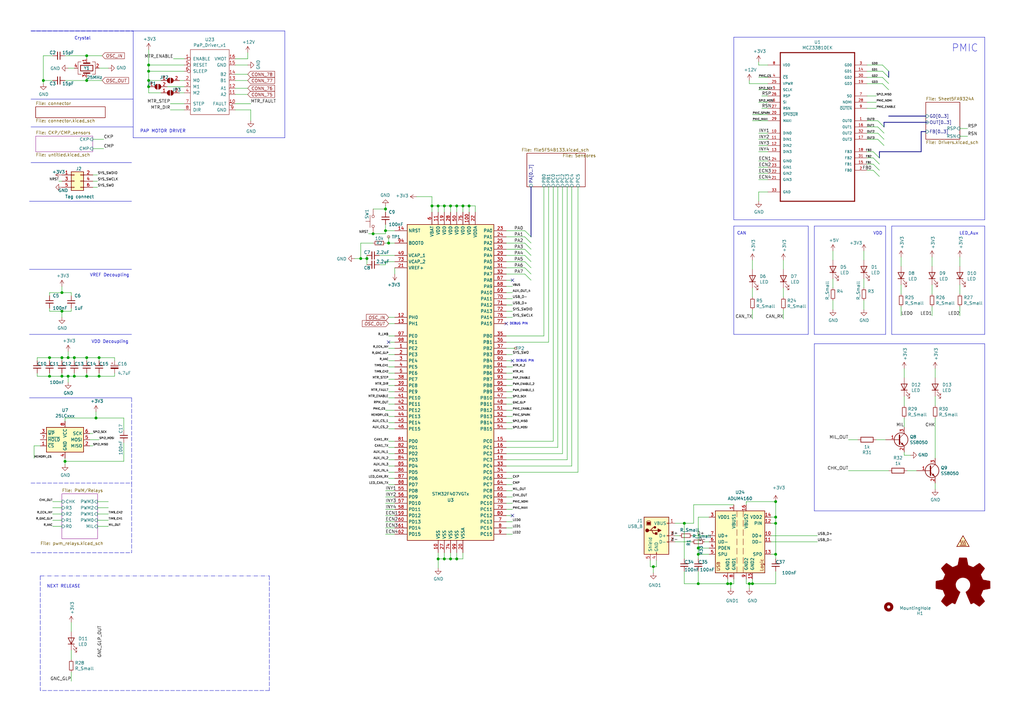
<source format=kicad_sch>
(kicad_sch (version 20210126) (generator eeschema)
  (paper "A3")
  (junction (at 17.78 33.02) (diameter 1.016))
  (junction (at 20.32 146.685) (diameter 1.016))
  (junction (at 20.32 154.305) (diameter 1.016))
  (junction (at 25.4 120.015) (diameter 1.016))
  (junction (at 25.4 127.635) (diameter 1.016))
  (junction (at 25.4 146.685) (diameter 1.016))
  (junction (at 25.4 154.305) (diameter 1.016))
  (junction (at 26.67 189.23) (diameter 1.016))
  (junction (at 27.94 146.685) (diameter 1.016))
  (junction (at 27.94 154.305) (diameter 1.016))
  (junction (at 30.48 146.685) (diameter 1.016))
  (junction (at 30.48 154.305) (diameter 1.016))
  (junction (at 35.56 22.86) (diameter 1.016))
  (junction (at 35.56 33.02) (diameter 1.016))
  (junction (at 35.56 146.685) (diameter 1.016))
  (junction (at 35.56 154.305) (diameter 1.016))
  (junction (at 39.37 171.45) (diameter 1.016))
  (junction (at 40.64 146.685) (diameter 1.016))
  (junction (at 40.64 154.305) (diameter 1.016))
  (junction (at 60.96 26.67) (diameter 1.016))
  (junction (at 60.96 29.21) (diameter 1.016))
  (junction (at 60.96 33.02) (diameter 1.016))
  (junction (at 60.96 35.56) (diameter 1.016))
  (junction (at 147.955 106.045) (diameter 1.016))
  (junction (at 150.495 106.045) (diameter 1.016))
  (junction (at 153.035 95.885) (diameter 1.016))
  (junction (at 158.115 85.725) (diameter 1.016))
  (junction (at 158.115 94.615) (diameter 1.016))
  (junction (at 159.385 99.695) (diameter 1.016))
  (junction (at 177.165 84.455) (diameter 1.016))
  (junction (at 179.705 84.455) (diameter 1.016))
  (junction (at 179.705 229.235) (diameter 1.016))
  (junction (at 182.245 84.455) (diameter 1.016))
  (junction (at 182.245 229.235) (diameter 1.016))
  (junction (at 184.785 84.455) (diameter 1.016))
  (junction (at 184.785 229.235) (diameter 1.016))
  (junction (at 187.325 84.455) (diameter 1.016))
  (junction (at 187.325 229.235) (diameter 1.016))
  (junction (at 189.865 84.455) (diameter 1.016))
  (junction (at 192.405 84.455) (diameter 1.016))
  (junction (at 267.97 232.41) (diameter 1.016))
  (junction (at 280.67 214.63) (diameter 1.016))
  (junction (at 286.385 224.79) (diameter 1.016))
  (junction (at 286.385 227.33) (diameter 1.016))
  (junction (at 286.385 239.395) (diameter 1.016))
  (junction (at 298.45 239.395) (diameter 1.016))
  (junction (at 299.72 239.395) (diameter 1.016))
  (junction (at 307.34 239.395) (diameter 1.016))
  (junction (at 308.61 239.395) (diameter 1.016))
  (junction (at 318.135 205.74) (diameter 1.016))
  (junction (at 318.135 212.09) (diameter 1.016))
  (junction (at 318.135 214.63) (diameter 1.016))
  (junction (at 318.135 227.33) (diameter 1.016))
  (no_connect (at 159.385 140.335))
  (no_connect (at 207.645 132.715))
  (no_connect (at 210.185 114.935))
  (no_connect (at 210.185 147.955))
  (no_connect (at 210.185 211.455))
  (bus_entry (at 215.265 94.615) (size 2.54 2.54) (stroke (width 0.1524)))
  (bus_entry (at 215.265 97.155) (size 2.54 2.54) (stroke (width 0.1524)))
  (bus_entry (at 215.265 99.695) (size 2.54 2.54) (stroke (width 0.1524)))
  (bus_entry (at 215.265 102.235) (size 2.54 2.54) (stroke (width 0.1524)))
  (bus_entry (at 215.265 104.775) (size 2.54 2.54) (stroke (width 0.1524)))
  (bus_entry (at 215.265 107.315) (size 2.54 2.54) (stroke (width 0.1524)))
  (bus_entry (at 215.265 109.855) (size 2.54 2.54) (stroke (width 0.1524)))
  (bus_entry (at 215.265 112.395) (size 2.54 2.54) (stroke (width 0.1524)))
  (bus_entry (at 358.14 62.23) (size 2.54 2.54) (stroke (width 0.1524)))
  (bus_entry (at 358.14 64.77) (size 2.54 2.54) (stroke (width 0.1524)))
  (bus_entry (at 358.14 67.31) (size 2.54 2.54) (stroke (width 0.1524)))
  (bus_entry (at 358.14 69.85) (size 2.54 2.54) (stroke (width 0.1524)))
  (bus_entry (at 360.045 49.53) (size 2.54 2.54) (stroke (width 0.1524)))
  (bus_entry (at 360.045 52.07) (size 2.54 2.54) (stroke (width 0.1524)))
  (bus_entry (at 360.045 54.61) (size 2.54 2.54) (stroke (width 0.1524)))
  (bus_entry (at 360.045 57.15) (size 2.54 2.54) (stroke (width 0.1524)))
  (bus_entry (at 361.95 26.67) (size 2.54 2.54) (stroke (width 0.1524)))
  (bus_entry (at 361.95 29.21) (size 2.54 2.54) (stroke (width 0.1524)))
  (bus_entry (at 361.95 31.75) (size 2.54 2.54) (stroke (width 0.1524)))
  (bus_entry (at 361.95 34.29) (size 2.54 2.54) (stroke (width 0.1524)))
  (wire (pts (xy 13.97 182.88) (xy 13.97 187.96)))
  (wire (pts (xy 13.97 182.88) (xy 16.51 182.88)))
  (wire (pts (xy 15.24 146.685) (xy 20.32 146.685)))
  (wire (pts (xy 15.24 147.955) (xy 15.24 146.685)))
  (wire (pts (xy 15.24 154.305) (xy 15.24 153.035)))
  (wire (pts (xy 17.78 22.86) (xy 17.78 33.02)))
  (wire (pts (xy 17.78 33.02) (xy 21.59 33.02)))
  (wire (pts (xy 17.78 34.29) (xy 17.78 33.02)))
  (wire (pts (xy 20.32 120.015) (xy 25.4 120.015)))
  (wire (pts (xy 20.32 121.285) (xy 20.32 120.015)))
  (wire (pts (xy 20.32 127.635) (xy 20.32 126.365)))
  (wire (pts (xy 20.32 146.685) (xy 25.4 146.685)))
  (wire (pts (xy 20.32 147.955) (xy 20.32 146.685)))
  (wire (pts (xy 20.32 153.035) (xy 20.32 154.305)))
  (wire (pts (xy 20.32 154.305) (xy 15.24 154.305)))
  (wire (pts (xy 21.59 22.86) (xy 17.78 22.86)))
  (wire (pts (xy 21.59 205.74) (xy 25.4 205.74)))
  (wire (pts (xy 21.59 208.28) (xy 25.4 208.28)))
  (wire (pts (xy 21.59 210.82) (xy 25.4 210.82)))
  (wire (pts (xy 21.59 213.36) (xy 25.4 213.36)))
  (wire (pts (xy 21.59 215.9) (xy 25.4 215.9)))
  (wire (pts (xy 24.13 74.295) (xy 25.4 74.295)))
  (wire (pts (xy 25.4 117.475) (xy 25.4 120.015)))
  (wire (pts (xy 25.4 120.015) (xy 29.21 120.015)))
  (wire (pts (xy 25.4 127.635) (xy 20.32 127.635)))
  (wire (pts (xy 25.4 130.175) (xy 25.4 127.635)))
  (wire (pts (xy 25.4 146.685) (xy 27.94 146.685)))
  (wire (pts (xy 25.4 147.955) (xy 25.4 146.685)))
  (wire (pts (xy 25.4 153.035) (xy 25.4 154.305)))
  (wire (pts (xy 25.4 154.305) (xy 20.32 154.305)))
  (wire (pts (xy 26.67 22.86) (xy 35.56 22.86)))
  (wire (pts (xy 26.67 33.02) (xy 35.56 33.02)))
  (wire (pts (xy 26.67 171.45) (xy 39.37 171.45)))
  (wire (pts (xy 26.67 172.72) (xy 26.67 171.45)))
  (wire (pts (xy 26.67 187.96) (xy 26.67 189.23)))
  (wire (pts (xy 26.67 189.23) (xy 26.67 190.5)))
  (wire (pts (xy 27.94 27.94) (xy 30.48 27.94)))
  (wire (pts (xy 27.94 144.145) (xy 27.94 146.685)))
  (wire (pts (xy 27.94 146.685) (xy 30.48 146.685)))
  (wire (pts (xy 27.94 154.305) (xy 25.4 154.305)))
  (wire (pts (xy 27.94 156.845) (xy 27.94 154.305)))
  (wire (pts (xy 29.21 120.015) (xy 29.21 121.285)))
  (wire (pts (xy 29.21 126.365) (xy 29.21 127.635)))
  (wire (pts (xy 29.21 127.635) (xy 25.4 127.635)))
  (wire (pts (xy 29.21 255.27) (xy 29.21 259.08)))
  (wire (pts (xy 29.21 266.7) (xy 29.21 270.51)))
  (wire (pts (xy 29.21 275.59) (xy 29.21 279.4)))
  (wire (pts (xy 30.48 146.685) (xy 35.56 146.685)))
  (wire (pts (xy 30.48 147.955) (xy 30.48 146.685)))
  (wire (pts (xy 30.48 153.035) (xy 30.48 154.305)))
  (wire (pts (xy 30.48 154.305) (xy 27.94 154.305)))
  (wire (pts (xy 35.56 22.86) (xy 35.56 24.13)))
  (wire (pts (xy 35.56 33.02) (xy 35.56 31.75)))
  (wire (pts (xy 35.56 146.685) (xy 40.64 146.685)))
  (wire (pts (xy 35.56 147.955) (xy 35.56 146.685)))
  (wire (pts (xy 35.56 153.035) (xy 35.56 154.305)))
  (wire (pts (xy 35.56 154.305) (xy 30.48 154.305)))
  (wire (pts (xy 36.83 177.8) (xy 38.1 177.8)))
  (wire (pts (xy 36.83 180.34) (xy 40.64 180.34)))
  (wire (pts (xy 36.83 182.88) (xy 38.1 182.88)))
  (wire (pts (xy 38.1 57.15) (xy 42.545 57.15)))
  (wire (pts (xy 38.1 60.96) (xy 42.545 60.96)))
  (wire (pts (xy 39.37 168.91) (xy 39.37 171.45)))
  (wire (pts (xy 39.37 171.45) (xy 50.8 171.45)))
  (wire (pts (xy 40.005 71.755) (xy 38.1 71.755)))
  (wire (pts (xy 40.005 74.295) (xy 38.1 74.295)))
  (wire (pts (xy 40.005 76.835) (xy 38.1 76.835)))
  (wire (pts (xy 40.005 205.74) (xy 44.45 205.74)))
  (wire (pts (xy 40.005 208.28) (xy 44.45 208.28)))
  (wire (pts (xy 40.005 210.82) (xy 44.45 210.82)))
  (wire (pts (xy 40.005 213.36) (xy 44.45 213.36)))
  (wire (pts (xy 40.005 215.9) (xy 44.45 215.9)))
  (wire (pts (xy 40.64 146.685) (xy 40.64 147.955)))
  (wire (pts (xy 40.64 153.035) (xy 40.64 154.305)))
  (wire (pts (xy 40.64 154.305) (xy 35.56 154.305)))
  (wire (pts (xy 41.91 22.86) (xy 35.56 22.86)))
  (wire (pts (xy 41.91 33.02) (xy 35.56 33.02)))
  (wire (pts (xy 44.45 27.94) (xy 40.64 27.94)))
  (wire (pts (xy 46.99 146.685) (xy 40.64 146.685)))
  (wire (pts (xy 46.99 147.955) (xy 46.99 146.685)))
  (wire (pts (xy 46.99 153.035) (xy 46.99 154.305)))
  (wire (pts (xy 46.99 154.305) (xy 40.64 154.305)))
  (wire (pts (xy 50.8 171.45) (xy 50.8 176.53)))
  (wire (pts (xy 50.8 181.61) (xy 50.8 189.23)))
  (wire (pts (xy 50.8 189.23) (xy 26.67 189.23)))
  (wire (pts (xy 60.96 20.32) (xy 60.96 26.67)))
  (wire (pts (xy 60.96 26.67) (xy 75.565 26.67)))
  (wire (pts (xy 60.96 29.21) (xy 60.96 26.67)))
  (wire (pts (xy 60.96 29.21) (xy 75.565 29.21)))
  (wire (pts (xy 60.96 33.02) (xy 60.96 29.21)))
  (wire (pts (xy 60.96 33.02) (xy 66.04 33.02)))
  (wire (pts (xy 60.96 35.56) (xy 60.96 33.02)))
  (wire (pts (xy 60.96 38.1) (xy 60.96 35.56)))
  (wire (pts (xy 66.04 38.1) (xy 60.96 38.1)))
  (wire (pts (xy 68.58 35.56) (xy 75.565 35.56)))
  (wire (pts (xy 69.85 42.545) (xy 75.565 42.545)))
  (wire (pts (xy 69.85 45.085) (xy 75.565 45.085)))
  (wire (pts (xy 71.12 24.13) (xy 75.565 24.13)))
  (wire (pts (xy 73.66 33.02) (xy 75.565 33.02)))
  (wire (pts (xy 73.66 38.1) (xy 75.565 38.1)))
  (wire (pts (xy 96.52 24.13) (xy 101.6 24.13)))
  (wire (pts (xy 96.52 26.67) (xy 101.6 26.67)))
  (wire (pts (xy 96.52 30.48) (xy 101.6 30.48)))
  (wire (pts (xy 96.52 33.02) (xy 101.6 33.02)))
  (wire (pts (xy 96.52 36.195) (xy 101.6 36.195)))
  (wire (pts (xy 96.52 38.735) (xy 101.6 38.735)))
  (wire (pts (xy 96.52 42.545) (xy 102.87 42.545)))
  (wire (pts (xy 96.52 45.085) (xy 102.87 45.085)))
  (wire (pts (xy 101.6 24.13) (xy 101.6 21.59)))
  (wire (pts (xy 102.87 45.085) (xy 102.87 49.53)))
  (wire (pts (xy 145.415 106.045) (xy 147.955 106.045)))
  (wire (pts (xy 147.955 99.695) (xy 147.955 106.045)))
  (wire (pts (xy 147.955 106.045) (xy 150.495 106.045)))
  (wire (pts (xy 150.495 106.045) (xy 150.495 104.775)))
  (wire (pts (xy 150.495 106.045) (xy 150.495 108.585)))
  (wire (pts (xy 153.035 95.885) (xy 151.13 95.885)))
  (wire (pts (xy 153.035 95.885) (xy 158.115 95.885)))
  (wire (pts (xy 153.035 99.695) (xy 147.955 99.695)))
  (wire (pts (xy 155.575 104.775) (xy 161.925 104.775)))
  (wire (pts (xy 155.575 108.585) (xy 158.115 108.585)))
  (wire (pts (xy 158.115 84.455) (xy 158.115 85.725)))
  (wire (pts (xy 158.115 85.725) (xy 153.035 85.725)))
  (wire (pts (xy 158.115 86.995) (xy 158.115 85.725)))
  (wire (pts (xy 158.115 94.615) (xy 158.115 92.075)))
  (wire (pts (xy 158.115 95.885) (xy 158.115 94.615)))
  (wire (pts (xy 158.115 99.695) (xy 159.385 99.695)))
  (wire (pts (xy 158.115 107.315) (xy 161.925 107.315)))
  (wire (pts (xy 158.115 108.585) (xy 158.115 107.315)))
  (wire (pts (xy 158.115 168.275) (xy 161.925 168.275)))
  (wire (pts (xy 158.115 201.295) (xy 161.925 201.295)))
  (wire (pts (xy 158.115 203.835) (xy 161.925 203.835)))
  (wire (pts (xy 158.115 206.375) (xy 161.925 206.375)))
  (wire (pts (xy 158.115 208.915) (xy 161.925 208.915)))
  (wire (pts (xy 158.115 211.455) (xy 161.925 211.455)))
  (wire (pts (xy 158.115 213.995) (xy 161.925 213.995)))
  (wire (pts (xy 158.115 216.535) (xy 161.925 216.535)))
  (wire (pts (xy 158.115 219.075) (xy 161.925 219.075)))
  (wire (pts (xy 159.385 97.155) (xy 159.385 99.695)))
  (wire (pts (xy 159.385 99.695) (xy 161.925 99.695)))
  (wire (pts (xy 159.385 130.175) (xy 161.925 130.175)))
  (wire (pts (xy 159.385 137.795) (xy 161.925 137.795)))
  (wire (pts (xy 159.385 142.875) (xy 161.925 142.875)))
  (wire (pts (xy 159.385 145.415) (xy 161.925 145.415)))
  (wire (pts (xy 159.385 150.495) (xy 161.925 150.495)))
  (wire (pts (xy 159.385 153.035) (xy 161.925 153.035)))
  (wire (pts (xy 159.385 155.575) (xy 161.925 155.575)))
  (wire (pts (xy 159.385 160.655) (xy 161.925 160.655)))
  (wire (pts (xy 159.385 165.735) (xy 161.925 165.735)))
  (wire (pts (xy 159.385 170.815) (xy 161.925 170.815)))
  (wire (pts (xy 159.385 175.895) (xy 161.925 175.895)))
  (wire (pts (xy 159.385 183.515) (xy 161.925 183.515)))
  (wire (pts (xy 159.385 188.595) (xy 161.925 188.595)))
  (wire (pts (xy 159.385 193.675) (xy 161.925 193.675)))
  (wire (pts (xy 159.385 198.755) (xy 161.925 198.755)))
  (wire (pts (xy 161.925 94.615) (xy 158.115 94.615)))
  (wire (pts (xy 161.925 112.395) (xy 161.925 109.855)))
  (wire (pts (xy 161.925 132.715) (xy 159.385 132.715)))
  (wire (pts (xy 161.925 140.335) (xy 159.385 140.335)))
  (wire (pts (xy 161.925 147.955) (xy 159.385 147.955)))
  (wire (pts (xy 161.925 158.115) (xy 159.385 158.115)))
  (wire (pts (xy 161.925 163.195) (xy 159.385 163.195)))
  (wire (pts (xy 161.925 173.355) (xy 159.385 173.355)))
  (wire (pts (xy 161.925 180.975) (xy 159.385 180.975)))
  (wire (pts (xy 161.925 186.055) (xy 159.385 186.055)))
  (wire (pts (xy 161.925 191.135) (xy 159.385 191.135)))
  (wire (pts (xy 161.925 196.215) (xy 159.385 196.215)))
  (wire (pts (xy 170.815 80.645) (xy 177.165 80.645)))
  (wire (pts (xy 177.165 80.645) (xy 177.165 84.455)))
  (wire (pts (xy 177.165 84.455) (xy 177.165 86.995)))
  (wire (pts (xy 177.165 84.455) (xy 179.705 84.455)))
  (wire (pts (xy 179.705 84.455) (xy 179.705 86.995)))
  (wire (pts (xy 179.705 229.235) (xy 179.705 226.695)))
  (wire (pts (xy 179.705 233.045) (xy 179.705 229.235)))
  (wire (pts (xy 182.245 84.455) (xy 179.705 84.455)))
  (wire (pts (xy 182.245 84.455) (xy 182.245 86.995)))
  (wire (pts (xy 182.245 226.695) (xy 182.245 229.235)))
  (wire (pts (xy 182.245 229.235) (xy 179.705 229.235)))
  (wire (pts (xy 184.785 84.455) (xy 182.245 84.455)))
  (wire (pts (xy 184.785 84.455) (xy 184.785 86.995)))
  (wire (pts (xy 184.785 226.695) (xy 184.785 229.235)))
  (wire (pts (xy 184.785 229.235) (xy 182.245 229.235)))
  (wire (pts (xy 187.325 84.455) (xy 184.785 84.455)))
  (wire (pts (xy 187.325 84.455) (xy 187.325 86.995)))
  (wire (pts (xy 187.325 226.695) (xy 187.325 229.235)))
  (wire (pts (xy 187.325 229.235) (xy 184.785 229.235)))
  (wire (pts (xy 187.325 229.235) (xy 189.865 229.235)))
  (wire (pts (xy 189.865 84.455) (xy 187.325 84.455)))
  (wire (pts (xy 189.865 84.455) (xy 189.865 86.995)))
  (wire (pts (xy 189.865 229.235) (xy 189.865 226.695)))
  (wire (pts (xy 192.405 84.455) (xy 189.865 84.455)))
  (wire (pts (xy 192.405 84.455) (xy 194.945 84.455)))
  (wire (pts (xy 192.405 86.995) (xy 192.405 84.455)))
  (wire (pts (xy 194.945 84.455) (xy 194.945 86.995)))
  (wire (pts (xy 207.645 94.615) (xy 215.265 94.615)))
  (wire (pts (xy 207.645 97.155) (xy 215.265 97.155)))
  (wire (pts (xy 207.645 99.695) (xy 215.265 99.695)))
  (wire (pts (xy 207.645 102.235) (xy 215.265 102.235)))
  (wire (pts (xy 207.645 104.775) (xy 215.265 104.775)))
  (wire (pts (xy 207.645 107.315) (xy 215.265 107.315)))
  (wire (pts (xy 207.645 109.855) (xy 215.265 109.855)))
  (wire (pts (xy 207.645 112.395) (xy 215.265 112.395)))
  (wire (pts (xy 207.645 114.935) (xy 210.185 114.935)))
  (wire (pts (xy 207.645 120.015) (xy 210.185 120.015)))
  (wire (pts (xy 207.645 125.095) (xy 210.185 125.095)))
  (wire (pts (xy 207.645 130.175) (xy 210.185 130.175)))
  (wire (pts (xy 207.645 137.795) (xy 223.0882 137.795)))
  (wire (pts (xy 207.645 140.335) (xy 224.9932 140.335)))
  (wire (pts (xy 207.645 145.415) (xy 210.185 145.415)))
  (wire (pts (xy 207.645 147.955) (xy 210.185 147.955)))
  (wire (pts (xy 207.645 155.575) (xy 210.185 155.575)))
  (wire (pts (xy 207.645 160.655) (xy 210.185 160.655)))
  (wire (pts (xy 207.645 165.735) (xy 210.185 165.735)))
  (wire (pts (xy 207.645 170.815) (xy 210.185 170.815)))
  (wire (pts (xy 207.645 175.895) (xy 210.185 175.895)))
  (wire (pts (xy 207.645 180.975) (xy 226.8982 180.975)))
  (wire (pts (xy 207.645 183.515) (xy 228.8032 183.515)))
  (wire (pts (xy 207.645 186.055) (xy 230.7082 186.055)))
  (wire (pts (xy 207.645 188.595) (xy 232.6132 188.595)))
  (wire (pts (xy 207.645 191.135) (xy 234.5182 191.135)))
  (wire (pts (xy 207.645 193.675) (xy 237.0582 193.675)))
  (wire (pts (xy 207.645 201.295) (xy 210.185 201.295)))
  (wire (pts (xy 207.645 208.915) (xy 210.185 208.915)))
  (wire (pts (xy 207.645 213.995) (xy 210.185 213.995)))
  (wire (pts (xy 207.645 216.535) (xy 210.185 216.535)))
  (wire (pts (xy 207.645 219.075) (xy 210.185 219.075)))
  (wire (pts (xy 210.185 117.475) (xy 207.645 117.475)))
  (wire (pts (xy 210.185 122.555) (xy 207.645 122.555)))
  (wire (pts (xy 210.185 127.635) (xy 207.645 127.635)))
  (wire (pts (xy 210.185 150.495) (xy 207.645 150.495)))
  (wire (pts (xy 210.185 153.035) (xy 207.645 153.035)))
  (wire (pts (xy 210.185 158.115) (xy 207.645 158.115)))
  (wire (pts (xy 210.185 163.195) (xy 207.645 163.195)))
  (wire (pts (xy 210.185 168.275) (xy 207.645 168.275)))
  (wire (pts (xy 210.185 173.355) (xy 207.645 173.355)))
  (wire (pts (xy 210.185 196.215) (xy 207.645 196.215)))
  (wire (pts (xy 210.185 198.755) (xy 207.645 198.755)))
  (wire (pts (xy 210.185 203.835) (xy 207.645 203.835)))
  (wire (pts (xy 210.185 206.375) (xy 207.645 206.375)))
  (wire (pts (xy 210.185 211.455) (xy 207.645 211.455)))
  (wire (pts (xy 211.455 142.875) (xy 207.645 142.875)))
  (wire (pts (xy 223.0882 76.6318) (xy 223.0882 137.795)))
  (wire (pts (xy 224.9932 76.6318) (xy 224.9932 140.335)))
  (wire (pts (xy 226.8982 180.975) (xy 226.8982 76.6318)))
  (wire (pts (xy 228.8032 183.515) (xy 228.8032 76.6318)))
  (wire (pts (xy 230.7082 186.055) (xy 230.7082 76.6318)))
  (wire (pts (xy 232.6132 188.595) (xy 232.6132 76.6318)))
  (wire (pts (xy 234.5182 191.135) (xy 234.5182 76.6318)))
  (wire (pts (xy 237.0582 193.675) (xy 237.0582 76.6318)))
  (wire (pts (xy 266.7 229.87) (xy 266.7 232.41)))
  (wire (pts (xy 266.7 232.41) (xy 267.97 232.41)))
  (wire (pts (xy 267.97 232.41) (xy 267.97 234.95)))
  (wire (pts (xy 269.24 229.87) (xy 269.24 232.41)))
  (wire (pts (xy 269.24 232.41) (xy 267.97 232.41)))
  (wire (pts (xy 276.86 214.63) (xy 280.67 214.63)))
  (wire (pts (xy 276.86 219.71) (xy 278.765 219.71)))
  (wire (pts (xy 276.86 222.25) (xy 283.845 222.25)))
  (wire (pts (xy 280.67 214.63) (xy 280.67 229.235)))
  (wire (pts (xy 280.67 214.63) (xy 284.48 214.63)))
  (wire (pts (xy 280.67 234.315) (xy 280.67 239.395)))
  (wire (pts (xy 280.67 239.395) (xy 286.385 239.395)))
  (wire (pts (xy 283.845 219.71) (xy 290.83 219.71)))
  (wire (pts (xy 284.48 207.01) (xy 284.48 214.63)))
  (wire (pts (xy 284.48 207.01) (xy 300.99 207.01)))
  (wire (pts (xy 286.385 212.09) (xy 290.83 212.09)))
  (wire (pts (xy 286.385 224.79) (xy 286.385 212.09)))
  (wire (pts (xy 286.385 227.33) (xy 286.385 224.79)))
  (wire (pts (xy 286.385 227.33) (xy 286.385 229.235)))
  (wire (pts (xy 286.385 234.315) (xy 286.385 239.395)))
  (wire (pts (xy 286.385 239.395) (xy 298.45 239.395)))
  (wire (pts (xy 288.925 222.25) (xy 290.83 222.25)))
  (wire (pts (xy 290.83 224.79) (xy 286.385 224.79)))
  (wire (pts (xy 290.83 227.33) (xy 286.385 227.33)))
  (wire (pts (xy 298.45 237.49) (xy 298.45 239.395)))
  (wire (pts (xy 298.45 239.395) (xy 299.72 239.395)))
  (wire (pts (xy 299.72 239.395) (xy 299.72 241.3)))
  (wire (pts (xy 300.99 237.49) (xy 300.99 239.395)))
  (wire (pts (xy 300.99 239.395) (xy 299.72 239.395)))
  (wire (pts (xy 306.07 205.74) (xy 318.135 205.74)))
  (wire (pts (xy 306.07 207.01) (xy 306.07 205.74)))
  (wire (pts (xy 306.07 237.49) (xy 306.07 239.395)))
  (wire (pts (xy 306.07 239.395) (xy 307.34 239.395)))
  (wire (pts (xy 307.34 33.02) (xy 307.34 34.29)))
  (wire (pts (xy 307.34 34.29) (xy 314.96 34.29)))
  (wire (pts (xy 307.34 239.395) (xy 307.34 241.3)))
  (wire (pts (xy 308.61 46.99) (xy 314.96 46.99)))
  (wire (pts (xy 308.61 49.53) (xy 314.96 49.53)))
  (wire (pts (xy 308.61 106.68) (xy 308.61 110.49)))
  (wire (pts (xy 308.61 118.11) (xy 308.61 121.92)))
  (wire (pts (xy 308.61 127) (xy 308.61 130.81)))
  (wire (pts (xy 308.61 237.49) (xy 308.61 239.395)))
  (wire (pts (xy 308.61 239.395) (xy 307.34 239.395)))
  (wire (pts (xy 311.15 25.4) (xy 311.15 26.67)))
  (wire (pts (xy 311.15 26.67) (xy 314.96 26.67)))
  (wire (pts (xy 311.15 31.75) (xy 314.96 31.75)))
  (wire (pts (xy 311.15 36.83) (xy 314.96 36.83)))
  (wire (pts (xy 311.15 41.91) (xy 314.96 41.91)))
  (wire (pts (xy 311.15 54.61) (xy 314.96 54.61)))
  (wire (pts (xy 311.15 57.15) (xy 314.96 57.15)))
  (wire (pts (xy 311.15 59.69) (xy 314.96 59.69)))
  (wire (pts (xy 311.15 62.23) (xy 314.96 62.23)))
  (wire (pts (xy 311.15 66.04) (xy 314.96 66.04)))
  (wire (pts (xy 311.15 68.58) (xy 314.96 68.58)))
  (wire (pts (xy 311.15 71.12) (xy 314.96 71.12)))
  (wire (pts (xy 311.15 73.66) (xy 314.96 73.66)))
  (wire (pts (xy 311.15 78.74) (xy 314.96 78.74)))
  (wire (pts (xy 311.15 82.55) (xy 311.15 78.74)))
  (wire (pts (xy 312.42 39.37) (xy 314.96 39.37)))
  (wire (pts (xy 312.42 44.45) (xy 314.96 44.45)))
  (wire (pts (xy 316.23 212.09) (xy 318.135 212.09)))
  (wire (pts (xy 316.23 214.63) (xy 318.135 214.63)))
  (wire (pts (xy 316.23 219.71) (xy 335.28 219.71)))
  (wire (pts (xy 316.23 222.25) (xy 335.28 222.25)))
  (wire (pts (xy 316.23 227.33) (xy 318.135 227.33)))
  (wire (pts (xy 318.135 205.74) (xy 318.135 212.09)))
  (wire (pts (xy 318.135 212.09) (xy 318.135 214.63)))
  (wire (pts (xy 318.135 214.63) (xy 318.135 227.33)))
  (wire (pts (xy 318.135 227.33) (xy 318.135 229.235)))
  (wire (pts (xy 318.135 234.315) (xy 318.135 239.395)))
  (wire (pts (xy 318.135 239.395) (xy 308.61 239.395)))
  (wire (pts (xy 321.31 106.68) (xy 321.31 110.49)))
  (wire (pts (xy 321.31 118.11) (xy 321.31 121.92)))
  (wire (pts (xy 321.31 127) (xy 321.31 130.81)))
  (wire (pts (xy 341.63 102.87) (xy 341.63 106.68)))
  (wire (pts (xy 341.63 114.3) (xy 341.63 118.11)))
  (wire (pts (xy 341.63 123.19) (xy 341.63 127)))
  (wire (pts (xy 347.98 180.34) (xy 351.79 180.34)))
  (wire (pts (xy 347.98 193.04) (xy 364.49 193.04)))
  (wire (pts (xy 354.33 102.87) (xy 354.33 106.68)))
  (wire (pts (xy 354.33 114.3) (xy 354.33 118.11)))
  (wire (pts (xy 354.33 123.19) (xy 354.33 127)))
  (wire (pts (xy 355.6 26.67) (xy 361.95 26.67)))
  (wire (pts (xy 355.6 29.21) (xy 361.95 29.21)))
  (wire (pts (xy 355.6 31.75) (xy 361.95 31.75)))
  (wire (pts (xy 355.6 34.29) (xy 361.95 34.29)))
  (wire (pts (xy 355.6 39.37) (xy 359.41 39.37)))
  (wire (pts (xy 355.6 41.91) (xy 359.41 41.91)))
  (wire (pts (xy 355.6 44.45) (xy 359.41 44.45)))
  (wire (pts (xy 355.6 49.53) (xy 360.045 49.53)))
  (wire (pts (xy 355.6 52.07) (xy 360.045 52.07)))
  (wire (pts (xy 355.6 54.61) (xy 360.045 54.61)))
  (wire (pts (xy 355.6 57.15) (xy 360.045 57.15)))
  (wire (pts (xy 355.6 62.23) (xy 358.14 62.23)))
  (wire (pts (xy 355.6 64.77) (xy 358.14 64.77)))
  (wire (pts (xy 355.6 67.31) (xy 358.14 67.31)))
  (wire (pts (xy 355.6 69.85) (xy 358.14 69.85)))
  (wire (pts (xy 359.41 180.34) (xy 363.22 180.34)))
  (wire (pts (xy 369.57 105.41) (xy 369.57 109.22)))
  (wire (pts (xy 369.57 116.84) (xy 369.57 120.65)))
  (wire (pts (xy 369.57 125.73) (xy 369.57 129.54)))
  (wire (pts (xy 370.84 151.13) (xy 370.84 154.94)))
  (wire (pts (xy 370.84 162.56) (xy 370.84 166.37)))
  (wire (pts (xy 370.84 171.45) (xy 370.84 175.26)))
  (wire (pts (xy 370.84 185.42) (xy 370.84 186.69)))
  (wire (pts (xy 370.84 186.69) (xy 373.38 186.69)))
  (wire (pts (xy 372.11 193.04) (xy 375.92 193.04)))
  (wire (pts (xy 382.27 105.41) (xy 382.27 109.22)))
  (wire (pts (xy 382.27 116.84) (xy 382.27 120.65)))
  (wire (pts (xy 382.27 125.73) (xy 382.27 129.54)))
  (wire (pts (xy 383.54 151.13) (xy 383.54 154.94)))
  (wire (pts (xy 383.54 162.56) (xy 383.54 166.37)))
  (wire (pts (xy 383.54 171.45) (xy 383.54 187.96)))
  (wire (pts (xy 383.54 198.12) (xy 383.54 200.66)))
  (wire (pts (xy 393.7 52.705) (xy 396.875 52.705)))
  (wire (pts (xy 393.7 55.88) (xy 396.875 55.88)))
  (wire (pts (xy 393.7 105.41) (xy 393.7 109.22)))
  (wire (pts (xy 393.7 116.84) (xy 393.7 120.65)))
  (wire (pts (xy 393.7 125.73) (xy 393.7 129.54)))
  (bus (pts (xy 217.805 76.581) (xy 217.805 114.935)))
  (bus (pts (xy 360.68 62.23) (xy 360.68 72.39)))
  (bus (pts (xy 360.68 62.23) (xy 377.825 62.23)))
  (bus (pts (xy 362.585 50.165) (xy 362.585 59.69)))
  (bus (pts (xy 364.49 29.21) (xy 364.49 47.625)))
  (bus (pts (xy 377.825 53.975) (xy 379.73 53.975)))
  (bus (pts (xy 377.825 62.23) (xy 377.825 53.975)))
  (bus (pts (xy 379.73 47.625) (xy 364.49 47.625)))
  (bus (pts (xy 380.365 50.165) (xy 362.585 50.165)))
  (polyline (pts (xy 12.7 12.7) (xy 54.61 12.7)) (stroke (width 0) (type solid)))
  (polyline (pts (xy 12.7 12.7) (xy 54.61 12.7)) (stroke (width 0) (type dash)))
  (polyline (pts (xy 12.7 198.12) (xy 53.975 198.12)) (stroke (width 0) (type dash)))
  (polyline (pts (xy 12.7 226.695) (xy 53.975 226.695)) (stroke (width 0) (type dash)))
  (polyline (pts (xy 16.51 236.22) (xy 16.51 283.21)) (stroke (width 0) (type dash)))
  (polyline (pts (xy 16.51 236.22) (xy 110.49 236.22)) (stroke (width 0.152) (type dash_dot)))
  (polyline (pts (xy 53.975 66.675) (xy 12.7 66.675)) (stroke (width 0) (type solid)))
  (polyline (pts (xy 53.975 82.55) (xy 12.065 82.55)) (stroke (width 0) (type solid)))
  (polyline (pts (xy 53.975 110.49) (xy 12.065 110.49)) (stroke (width 0) (type solid)))
  (polyline (pts (xy 53.975 137.16) (xy 12.065 137.16)) (stroke (width 0) (type solid)))
  (polyline (pts (xy 53.975 163.195) (xy 12.065 163.195)) (stroke (width 0) (type solid)))
  (polyline (pts (xy 53.975 163.195) (xy 53.975 198.12)) (stroke (width 0) (type dash)))
  (polyline (pts (xy 53.975 198.12) (xy 53.975 226.695)) (stroke (width 0) (type dash)))
  (polyline (pts (xy 54.61 12.7) (xy 54.61 56.515)) (stroke (width 0.152) (type solid)))
  (polyline (pts (xy 54.61 12.7) (xy 116.84 12.7)) (stroke (width 0.152) (type solid)))
  (polyline (pts (xy 54.61 40.64) (xy 12.7 40.64)) (stroke (width 0) (type solid)))
  (polyline (pts (xy 54.61 52.07) (xy 12.7 52.07)) (stroke (width 0) (type solid)))
  (polyline (pts (xy 110.49 236.22) (xy 110.49 283.21)) (stroke (width 0) (type dash)))
  (polyline (pts (xy 110.49 283.21) (xy 16.51 283.21)) (stroke (width 0) (type dash)))
  (polyline (pts (xy 116.84 12.7) (xy 116.84 56.515)) (stroke (width 0.152) (type solid)))
  (polyline (pts (xy 116.84 56.515) (xy 54.61 56.515)) (stroke (width 0.152) (type solid)))
  (polyline (pts (xy 300.99 15.24) (xy 300.99 90.17)) (stroke (width 0.152) (type solid)))
  (polyline (pts (xy 300.99 15.24) (xy 403.86 15.24)) (stroke (width 0.152) (type solid)))
  (polyline (pts (xy 300.99 92.71) (xy 300.99 137.16)) (stroke (width 0.152) (type solid)))
  (polyline (pts (xy 300.99 92.71) (xy 331.47 92.71)) (stroke (width 0.152) (type solid)))
  (polyline (pts (xy 331.47 92.71) (xy 331.47 137.16)) (stroke (width 0.152) (type solid)))
  (polyline (pts (xy 331.47 137.16) (xy 300.99 137.16)) (stroke (width 0.152) (type solid)))
  (polyline (pts (xy 334.01 92.71) (xy 334.01 137.16)) (stroke (width 0.152) (type solid)))
  (polyline (pts (xy 334.01 92.71) (xy 363.22 92.71)) (stroke (width 0.152) (type solid)))
  (polyline (pts (xy 334.01 137.16) (xy 363.22 137.16)) (stroke (width 0.152) (type solid)))
  (polyline (pts (xy 334.01 140.97) (xy 334.01 209.55)) (stroke (width 0.152) (type solid)))
  (polyline (pts (xy 334.01 140.97) (xy 403.86 140.97)) (stroke (width 0.152) (type solid)))
  (polyline (pts (xy 334.01 209.55) (xy 403.86 209.55)) (stroke (width 0.152) (type solid)))
  (polyline (pts (xy 363.22 137.16) (xy 363.22 92.71)) (stroke (width 0.152) (type solid)))
  (polyline (pts (xy 365.76 92.71) (xy 365.76 137.16)) (stroke (width 0.152) (type solid)))
  (polyline (pts (xy 365.76 92.71) (xy 403.86 92.71)) (stroke (width 0.152) (type solid)))
  (polyline (pts (xy 365.76 137.16) (xy 403.86 137.16)) (stroke (width 0.152) (type solid)))
  (polyline (pts (xy 403.86 15.24) (xy 403.86 90.17)) (stroke (width 0.152) (type solid)))
  (polyline (pts (xy 403.86 90.17) (xy 300.99 90.17)) (stroke (width 0.152) (type solid)))
  (polyline (pts (xy 403.86 137.16) (xy 403.86 92.71)) (stroke (width 0.152) (type solid)))
  (polyline (pts (xy 403.86 140.97) (xy 403.86 209.55)) (stroke (width 0.152) (type solid)))
  (text "Crystal" (at 30.48 16.51 0) (effects (font (size 1.27 1.27)) (justify left bottom)))
  (text "NEXT RELEASE\n" (at 33.02 241.3 180) (effects (font (size 1.27 1.27)) (justify right bottom)))
  (text "VREF Decoupling" (at 36.83 113.665 0) (effects (font (size 1.27 1.27)) (justify left bottom)))
  (text "VDD Decoupling" (at 37.465 140.97 0) (effects (font (size 1.27 1.27)) (justify left bottom)))
  (text "PAP MOTOR DRIVER" (at 76.2 54.61 180) (effects (font (size 1.27 1.27)) (justify right bottom)))
  (text "DEBUG PIN" (at 216.535 133.35 180) (effects (font (size 0.889 0.889)) (justify right bottom)))
  (text "DEBUG PIN" (at 219.075 148.59 180) (effects (font (size 0.889 0.889)) (justify right bottom)))
  (text "CAN" (at 302.26 96.52 0) (effects (font (size 1.27 1.27)) (justify left bottom)))
  (text "VDD" (at 361.95 96.52 180) (effects (font (size 1.27 1.27)) (justify right bottom)))
  (text "PMIC\n" (at 401.32 21.59 180) (effects (font (size 3 3)) (justify right bottom)))
  (text "LED_Aux" (at 401.32 96.52 180) (effects (font (size 1.27 1.27)) (justify right bottom)))
  (label "MEMORY_CS" (at 13.97 187.96 0) (effects (font (size 0.8 0.8))))
  (label "CHK_OUT" (at 21.59 205.74 180) (effects (font (size 0.8 0.8))))
  (label "R_ECN_INY" (at 21.59 210.82 180) (effects (font (size 0.8 0.8))))
  (label "R_GNC_GLP" (at 21.59 213.36 180) (effects (font (size 0.8 0.8))))
  (label "R_AAC" (at 21.59 215.9 180) (effects (font (size 0.8 0.8))))
  (label "NRST" (at 24.13 74.295 180) (effects (font (size 0.9906 0.9906))))
  (label "GNC_GLP" (at 29.21 279.4 180))
  (label "SPI2_SCK" (at 38.1 177.8 0) (effects (font (size 0.7874 0.7874))))
  (label "SPI2_MISO" (at 38.1 182.88 0) (effects (font (size 0.7874 0.7874))))
  (label "SYS_SWDIO" (at 40.005 71.755 0) (effects (font (size 0.9906 0.9906))))
  (label "SYS_SWCLK" (at 40.005 74.295 0) (effects (font (size 0.9906 0.9906))))
  (label "SYS_SWO" (at 40.005 76.835 0) (effects (font (size 0.9906 0.9906))))
  (label "SPI2_MOSI" (at 40.64 180.34 0) (effects (font (size 0.7874 0.7874))))
  (label "GNC_GLP_OUT" (at 41.91 256.54 270))
  (label "CKP" (at 42.545 57.15 0))
  (label "CMP" (at 42.545 60.96 0))
  (label "TIM9_CH2" (at 44.45 210.82 0) (effects (font (size 0.8 0.8))))
  (label "TIM9_CH1" (at 44.45 213.36 0) (effects (font (size 0.8 0.8))))
  (label "MIL_OUT" (at 44.45 215.9 0) (effects (font (size 0.8 0.8))))
  (label "MTR_STEP" (at 69.85 42.545 180))
  (label "MTR_DIR" (at 69.85 45.085 180))
  (label "MTR_ENABLE" (at 71.12 24.13 180))
  (label "MTR_FAULT" (at 102.87 42.545 0))
  (label "NRST" (at 151.13 95.885 180) (effects (font (size 0.9906 0.9906))))
  (label "PMIC_CS" (at 158.115 168.275 180) (effects (font (size 0.7874 0.7874))))
  (label "INY1" (at 158.115 201.295 0))
  (label "INY2" (at 158.115 203.835 0))
  (label "INY3" (at 158.115 206.375 0))
  (label "INY4" (at 158.115 208.915 0))
  (label "ECN1" (at 158.115 211.455 0))
  (label "ECN2" (at 158.115 213.995 0))
  (label "ECN3" (at 158.115 216.535 0))
  (label "ECN4" (at 158.115 219.075 0))
  (label "R_LMB" (at 159.385 137.795 180) (effects (font (size 0.889 0.889))))
  (label "R_ECN_INY" (at 159.385 142.875 180) (effects (font (size 0.8 0.8))))
  (label "R_GNC_GLP" (at 159.385 145.415 180) (effects (font (size 0.8 0.8))))
  (label "R_AAC" (at 159.385 147.955 180) (effects (font (size 0.8 0.8))))
  (label "TIM9_CH1" (at 159.385 150.495 180) (effects (font (size 0.8 0.8))))
  (label "TIM9_CH2" (at 159.385 153.035 180) (effects (font (size 0.8 0.8))))
  (label "MTR_STEP" (at 159.385 155.575 180) (effects (font (size 0.889 0.889))))
  (label "MTR_DIR" (at 159.385 158.115 180) (effects (font (size 0.889 0.889))))
  (label "MTR_FAULT" (at 159.385 160.655 180) (effects (font (size 0.889 0.889))))
  (label "MTR_ENABLE" (at 159.385 163.195 180) (effects (font (size 0.889 0.889))))
  (label "RPM_OUT" (at 159.385 165.735 180) (effects (font (size 0.889 0.889))))
  (label "MEMORY_CS" (at 159.385 170.815 180) (effects (font (size 0.8 0.8))))
  (label "AUX_CS_1" (at 159.385 173.355 180) (effects (font (size 0.889 0.889))))
  (label "AUX_CS_2" (at 159.385 175.895 180) (effects (font (size 0.889 0.889))))
  (label "CAN1_RX" (at 159.385 180.975 180) (effects (font (size 0.889 0.889))))
  (label "CAN1_TX" (at 159.385 183.515 180) (effects (font (size 0.889 0.889))))
  (label "AUX_IN_1" (at 159.385 186.055 180) (effects (font (size 0.889 0.889))))
  (label "AUX_IN_2" (at 159.385 188.595 180) (effects (font (size 0.889 0.889))))
  (label "AUX_IN_3" (at 159.385 191.135 180) (effects (font (size 0.889 0.889))))
  (label "AUX_IN_4" (at 159.385 193.675 180) (effects (font (size 0.889 0.889))))
  (label "LED_CAN_RX" (at 159.385 196.215 180) (effects (font (size 0.889 0.889))))
  (label "LED_CAN_TX" (at 159.385 198.755 180) (effects (font (size 0.889 0.889))))
  (label "VBUS" (at 210.185 117.475 0) (effects (font (size 0.8 0.8))))
  (label "AUX_OUT_4" (at 210.185 120.015 0) (effects (font (size 0.889 0.889))))
  (label "USB_D-" (at 210.185 122.555 0) (effects (font (size 0.9906 0.9906))))
  (label "USB_D+" (at 210.185 125.095 0) (effects (font (size 0.9906 0.9906))))
  (label "SYS_SWDIO" (at 210.185 127.635 0) (effects (font (size 0.9906 0.9906))))
  (label "SYS_SWCLK" (at 210.185 130.175 0) (effects (font (size 0.9906 0.9906))))
  (label "SYS_SWO" (at 210.185 145.415 0) (effects (font (size 0.9906 0.9906))))
  (label "MTR_M_2" (at 210.185 150.495 0) (effects (font (size 0.7874 0.7874))))
  (label "MTR_M1" (at 210.185 153.035 0) (effects (font (size 0.7874 0.7874))))
  (label "PAP_ENABLE" (at 210.185 155.575 0) (effects (font (size 0.7874 0.7874))))
  (label "PWM_ENABLE_2" (at 210.185 158.115 0) (effects (font (size 0.7874 0.7874))))
  (label "PWM_ENABLE_1" (at 210.185 160.655 0) (effects (font (size 0.7874 0.7874))))
  (label "SPI2_SCK" (at 210.185 163.195 0) (effects (font (size 0.7874 0.7874))))
  (label "GNC_GLP" (at 210.185 165.735 0) (effects (font (size 0.7874 0.7874))))
  (label "PMIC_ENABLE" (at 210.185 168.275 0) (effects (font (size 0.7874 0.7874))))
  (label "PMIC_SPARK" (at 210.185 170.815 0) (effects (font (size 0.7874 0.7874))))
  (label "SPI2_MISO" (at 210.185 173.355 0) (effects (font (size 0.7874 0.7874))))
  (label "SPI2_MOSI" (at 210.185 175.895 0) (effects (font (size 0.7874 0.7874))))
  (label "CKP" (at 210.185 196.215 0) (effects (font (size 0.889 0.889))))
  (label "CMP" (at 210.185 198.755 0) (effects (font (size 0.889 0.889))))
  (label "MIL_OUT" (at 210.185 201.295 0) (effects (font (size 0.889 0.889))))
  (label "CHK_OUT" (at 210.185 203.835 0) (effects (font (size 0.889 0.889))))
  (label "PMIC_NOMI" (at 210.185 206.375 0) (effects (font (size 0.7874 0.7874))))
  (label "PMIC_MAXI" (at 210.185 208.915 0) (effects (font (size 0.7874 0.7874))))
  (label "LED0" (at 210.185 213.995 0) (effects (font (size 0.889 0.889))))
  (label "LED1" (at 210.185 216.535 0) (effects (font (size 0.889 0.889))))
  (label "LED2" (at 210.185 219.075 0) (effects (font (size 0.889 0.889))))
  (label "PA0" (at 214.63 94.615 180))
  (label "PA1" (at 214.63 97.155 180))
  (label "PA2" (at 214.63 99.695 180))
  (label "PA3" (at 214.63 102.235 180))
  (label "PA4" (at 214.63 104.775 180))
  (label "PA5" (at 214.63 107.315 180))
  (label "PA6" (at 214.63 109.855 180))
  (label "PA7" (at 214.63 112.395 180))
  (label "d+" (at 278.13 219.71 180))
  (label "d-" (at 278.13 222.25 180))
  (label "D+" (at 288.925 219.71 180))
  (label "D-" (at 289.56 222.25 180))
  (label "PMIC_SPARK" (at 308.61 46.99 0) (effects (font (size 0.7874 0.7874))))
  (label "PMIC_MAXI" (at 308.61 49.53 0) (effects (font (size 0.7874 0.7874))))
  (label "CAN_TX" (at 308.61 130.81 180))
  (label "PMIC_CS" (at 311.15 31.75 0) (effects (font (size 0.7874 0.7874))))
  (label "SPI2_SCK" (at 311.15 36.83 0) (effects (font (size 0.7874 0.7874))))
  (label "SPI2_MOSI" (at 311.15 41.91 0) (effects (font (size 0.7874 0.7874))))
  (label "INY1" (at 311.15 54.61 0))
  (label "INY2" (at 311.15 57.15 0))
  (label "INY3" (at 311.15 59.69 0))
  (label "INY4" (at 311.15 62.23 0))
  (label "ECN1" (at 311.15 66.04 0))
  (label "ECN2" (at 311.15 68.58 0))
  (label "ECN3" (at 311.15 71.12 0))
  (label "ECN4" (at 311.15 73.66 0))
  (label "RSP" (at 312.42 39.37 0))
  (label "RSN" (at 312.42 44.45 0))
  (label "CAN_RX" (at 321.31 130.81 180))
  (label "USB_D+" (at 335.28 219.71 0) (effects (font (size 0.9906 0.9906))))
  (label "USB_D-" (at 335.28 222.25 0) (effects (font (size 0.9906 0.9906))))
  (label "MIL_OUT" (at 347.98 180.34 180))
  (label "CHK_OUT" (at 347.98 193.04 180))
  (label "FB3" (at 357.505 62.23 180) (effects (font (size 0.8 0.8))))
  (label "FB2" (at 357.505 64.77 180) (effects (font (size 0.8 0.8))))
  (label "FB1" (at 357.505 67.31 180) (effects (font (size 0.8 0.8))))
  (label "FB0" (at 357.505 69.85 180))
  (label "OUT0" (at 358.775 49.53 180) (effects (font (size 0.8 0.8))))
  (label "OUT1" (at 358.775 52.07 180) (effects (font (size 0.8 0.8))))
  (label "OUT2" (at 358.775 54.61 180) (effects (font (size 0.8 0.8))))
  (label "OUT3" (at 358.775 57.15 180) (effects (font (size 0.8 0.8))))
  (label "SPI2_MISO" (at 359.41 39.37 0) (effects (font (size 0.7874 0.7874))))
  (label "PMIC_NOMI" (at 359.41 41.91 0) (effects (font (size 0.7874 0.7874))))
  (label "PMIC_ENABLE" (at 359.41 44.45 0) (effects (font (size 0.7874 0.7874))))
  (label "GD0" (at 360.045 26.67 180) (effects (font (size 0.8 0.8))))
  (label "GD1" (at 360.045 29.21 180) (effects (font (size 0.8 0.8))))
  (label "GD2" (at 360.045 31.75 180) (effects (font (size 0.8 0.8))))
  (label "GD3" (at 360.045 34.29 180) (effects (font (size 0.8 0.8))))
  (label "LED0" (at 369.57 129.54 0))
  (label "MIL" (at 370.84 175.26 180))
  (label "LED1" (at 382.27 129.54 180))
  (label "CHK" (at 383.54 175.26 180))
  (label "LED2" (at 393.7 129.54 180))
  (label "RSP" (at 396.875 52.705 0))
  (label "RSN" (at 396.875 55.88 0))
  (global_label "OSC_IN" (shape input) (at 41.91 22.86 0) (effects (font italic)) (property "Intersheet References" "${INTERSHEET_REFS}" (effects hide)))
  (global_label "OSC_OUT" (shape input) (at 41.91 33.02 0) (effects (font italic)) (property "Intersheet References" "${INTERSHEET_REFS}" (effects hide)))
  (global_label "CONN_78" (shape input) (at 101.6 30.48 0) (property "Intersheet References" "${INTERSHEET_REFS}" (effects hide)))
  (global_label "CONN_77" (shape input) (at 101.6 33.02 0) (property "Intersheet References" "${INTERSHEET_REFS}" (effects hide)))
  (global_label "CONN_76" (shape input) (at 101.6 36.195 0) (property "Intersheet References" "${INTERSHEET_REFS}" (effects hide)))
  (global_label "CONN_75" (shape input) (at 101.6 38.735 0) (property "Intersheet References" "${INTERSHEET_REFS}" (effects hide)))
  (global_label "OSC_IN" (shape input) (at 159.385 130.175 180) (effects (font italic)) (property "Intersheet References" "${INTERSHEET_REFS}" (effects hide)))
  (global_label "OSC_OUT" (shape input) (at 159.385 132.715 180) (effects (font italic)) (property "Intersheet References" "${INTERSHEET_REFS}" (effects hide)))
  (symbol (lib_id "Connector:TestPoint_Small") (at 159.385 97.155 0) (unit 1)
    (property "Reference" "TP1" (at 160.6042 97.155 0) (effects (justify left)))
    (property "Value" "BOOT0" (effects hide))
    (property "Footprint" "TestPoint:TestPoint_Pad_D2.0mm" (effects hide))
  )
  (symbol (lib_id "Connector:TestPoint_Small") (at 211.455 142.875 0) (unit 1)
    (property "Reference" "TP2" (at 211.455 142.875 0) (effects (justify left)))
    (property "Value" "BOOT1" (effects hide))
    (property "Footprint" "TestPoint:TestPoint_Pad_D2.0mm" (effects hide))
  )
  (symbol (lib_id "power:+3V3") (at 25.4 71.755 90) (unit 1)
    (property "Reference" "#PWR0119" (effects hide))
    (property "Value" "+3V3" (at 26.67 70.485 90) (effects (justify left)))
  )
  (symbol (lib_id "power:+3V3") (at 25.4 117.475 0) (unit 1)
    (property "Reference" "#PWR0109" (effects hide))
    (property "Value" "+3V3" (at 25.781 113.0808 0))
  )
  (symbol (lib_id "power:+3V3") (at 27.94 144.145 0) (unit 1)
    (property "Reference" "#PWR0108" (effects hide))
    (property "Value" "+3V3" (at 28.321 139.7508 0))
  )
  (symbol (lib_id "power:+3V3") (at 29.21 255.27 0) (unit 1)
    (property "Reference" "#PWR034" (effects hide))
    (property "Value" "+3V3" (at 29.591 252.0188 90) (effects (justify left)))
  )
  (symbol (lib_id "power:+3V3") (at 39.37 168.91 0) (unit 1)
    (property "Reference" "#PWR036" (effects hide))
    (property "Value" "+3V3" (at 39.751 164.5158 0))
  )
  (symbol (lib_id "power:+3V3") (at 60.96 20.32 0) (unit 1)
    (property "Reference" "#PWR038" (effects hide))
    (property "Value" "+3V3" (at 61.3283 15.9956 0))
  )
  (symbol (lib_id "power:+12V") (at 101.6 21.59 0) (unit 1)
    (property "Reference" "#PWR039" (effects hide))
    (property "Value" "+12V" (at 101.9683 17.2656 0))
  )
  (symbol (lib_id "power:+3V3") (at 161.925 112.395 180) (unit 1)
    (property "Reference" "#PWR0113" (effects hide))
    (property "Value" "+3V3" (at 161.544 116.7892 0))
  )
  (symbol (lib_id "power:+3V3") (at 170.815 80.645 90) (unit 1)
    (property "Reference" "#PWR0115" (effects hide))
    (property "Value" "+3V3" (at 167.5638 80.264 90) (effects (justify left)))
  )
  (symbol (lib_id "power:+12V") (at 307.34 33.02 0) (unit 1)
    (property "Reference" "#PWR0102" (effects hide))
    (property "Value" "+12V" (at 307.721 28.6258 0))
  )
  (symbol (lib_id "power:+3V3") (at 308.61 106.68 0) (unit 1)
    (property "Reference" "#PWR0140" (effects hide))
    (property "Value" "+3V3" (at 308.991 103.4288 90) (effects (justify left)))
  )
  (symbol (lib_id "power:+3.3V") (at 311.15 25.4 0) (unit 1)
    (property "Reference" "#PWR0123" (effects hide))
    (property "Value" "+3.3V" (at 311.531 21.0058 0))
  )
  (symbol (lib_id "power:+3V3") (at 318.135 205.74 0) (unit 1)
    (property "Reference" "#PWR045" (effects hide))
    (property "Value" "+3V3" (at 319.405 200.025 0))
  )
  (symbol (lib_id "power:+3V3") (at 321.31 106.68 0) (unit 1)
    (property "Reference" "#PWR0141" (effects hide))
    (property "Value" "+3V3" (at 321.691 103.4288 90) (effects (justify left)))
  )
  (symbol (lib_id "power:+5V") (at 341.63 102.87 0) (unit 1)
    (property "Reference" "#PWR020" (effects hide))
    (property "Value" "+5V" (at 341.9983 98.5456 0))
  )
  (symbol (lib_id "power:+3V3") (at 354.33 102.87 0) (unit 1)
    (property "Reference" "#PWR09" (effects hide))
    (property "Value" "+3V3" (at 348.361 99.6188 0) (effects (justify left)))
  )
  (symbol (lib_id "power:+3V3") (at 369.57 105.41 0) (unit 1)
    (property "Reference" "#PWR030" (effects hide))
    (property "Value" "+3V3" (at 369.951 102.1588 90) (effects (justify left)))
  )
  (symbol (lib_id "power:+3V3") (at 370.84 151.13 0) (unit 1)
    (property "Reference" "#PWR0142" (effects hide))
    (property "Value" "+3V3" (at 371.221 147.8788 90) (effects (justify left)))
  )
  (symbol (lib_id "power:+3V3") (at 382.27 105.41 0) (unit 1)
    (property "Reference" "#PWR031" (effects hide))
    (property "Value" "+3V3" (at 382.651 102.1588 90) (effects (justify left)))
  )
  (symbol (lib_id "power:+3V3") (at 383.54 151.13 0) (unit 1)
    (property "Reference" "#PWR0145" (effects hide))
    (property "Value" "+3V3" (at 383.921 147.8788 90) (effects (justify left)))
  )
  (symbol (lib_id "power:+3V3") (at 393.7 105.41 0) (unit 1)
    (property "Reference" "#PWR033" (effects hide))
    (property "Value" "+3V3" (at 394.081 102.1588 90) (effects (justify left)))
  )
  (symbol (lib_id "power:GND") (at 17.78 34.29 0) (unit 1)
    (property "Reference" "#PWR0107" (effects hide))
    (property "Value" "GND" (at 17.907 38.6842 0))
  )
  (symbol (lib_id "power:GND") (at 25.4 76.835 270) (unit 1)
    (property "Reference" "#PWR0120" (effects hide))
    (property "Value" "GND" (at 27.94 78.105 90) (effects (justify right)))
  )
  (symbol (lib_id "power:GND") (at 25.4 130.175 0) (unit 1)
    (property "Reference" "#PWR0110" (effects hide))
    (property "Value" "GND" (at 25.527 134.5692 0))
  )
  (symbol (lib_id "power:GND") (at 26.67 190.5 0) (unit 1)
    (property "Reference" "#PWR035" (effects hide))
    (property "Value" "GND" (at 26.797 194.8942 0))
  )
  (symbol (lib_id "power:GND") (at 27.94 27.94 270) (unit 1)
    (property "Reference" "#PWR0106" (effects hide))
    (property "Value" "GND" (at 24.6888 28.067 90) (effects (justify right)))
  )
  (symbol (lib_id "power:GND") (at 27.94 156.845 0) (unit 1)
    (property "Reference" "#PWR0111" (effects hide))
    (property "Value" "GND" (at 28.067 161.2392 0))
  )
  (symbol (lib_id "power:GND") (at 44.45 27.94 90) (unit 1)
    (property "Reference" "#PWR0105" (effects hide))
    (property "Value" "GND" (at 47.7012 27.813 90) (effects (justify right)))
  )
  (symbol (lib_id "power:GND") (at 101.6 26.67 90) (unit 1)
    (property "Reference" "#PWR040" (effects hide))
    (property "Value" "GND" (at 105.9244 26.5557 0))
  )
  (symbol (lib_id "power:GND") (at 102.87 49.53 0) (unit 1)
    (property "Reference" "#PWR041" (effects hide))
    (property "Value" "GND" (at 102.9843 53.8544 0))
  )
  (symbol (lib_id "power:GND") (at 145.415 106.045 270) (unit 1)
    (property "Reference" "#PWR0116" (effects hide))
    (property "Value" "GND" (at 142.1638 106.172 90) (effects (justify right)))
  )
  (symbol (lib_id "power:GND") (at 158.115 84.455 180) (unit 1)
    (property "Reference" "#PWR0112" (effects hide))
    (property "Value" "GND" (at 157.988 80.0608 0))
  )
  (symbol (lib_id "power:GND") (at 179.705 233.045 0) (unit 1)
    (property "Reference" "#PWR0114" (effects hide))
    (property "Value" "GND" (at 179.832 237.4392 0))
  )
  (symbol (lib_id "power:GND1") (at 267.97 234.95 0) (unit 1)
    (property "Reference" "#PWR042" (effects hide))
    (property "Value" "GND1" (at 268.605 240.03 0))
  )
  (symbol (lib_id "power:GND1") (at 299.72 241.3 0) (unit 1)
    (property "Reference" "#PWR043" (effects hide))
    (property "Value" "GND1" (at 300.355 246.38 0))
  )
  (symbol (lib_id "power:GND") (at 307.34 241.3 0) (unit 1)
    (property "Reference" "#PWR044" (effects hide))
    (property "Value" "GND" (at 308.61 246.38 0))
  )
  (symbol (lib_id "power:GND") (at 311.15 82.55 0) (unit 1)
    (property "Reference" "#PWR0101" (effects hide))
    (property "Value" "GND" (at 311.277 86.9442 0))
  )
  (symbol (lib_id "power:GND") (at 341.63 127 0) (unit 1)
    (property "Reference" "#PWR029" (effects hide))
    (property "Value" "GND" (at 341.757 131.3942 0))
  )
  (symbol (lib_id "power:GND") (at 354.33 127 0) (unit 1)
    (property "Reference" "#PWR019" (effects hide))
    (property "Value" "GND" (at 354.457 131.3942 0))
  )
  (symbol (lib_id "power:GND") (at 373.38 186.69 90) (unit 1)
    (property "Reference" "#PWR0146" (effects hide))
    (property "Value" "GND" (at 376.5551 186.5757 90) (effects (justify right)))
  )
  (symbol (lib_id "power:GND") (at 383.54 200.66 0) (unit 1)
    (property "Reference" "#PWR0147" (effects hide))
    (property "Value" "GND" (at 383.6543 204.9844 0))
  )
  (symbol (lib_id "Device:R_Small") (at 29.21 273.05 0) (unit 1)
    (property "Reference" "R28" (at 30.7087 271.9006 0) (effects (justify left)))
    (property "Value" "R_Small" (at 30.7087 274.1993 0) (effects (justify left)))
    (property "Footprint" "Resistor_SMD:R_0603_1608Metric" (effects hide))
  )
  (symbol (lib_id "Device:R_Small") (at 155.575 99.695 270) (unit 1)
    (property "Reference" "R2" (at 155.575 99.695 90))
    (property "Value" "10k" (at 155.575 97.79 90))
    (property "Footprint" "Resistor_SMD:R_0603_1608Metric" (effects hide))
  )
  (symbol (lib_id "Device:R_Small") (at 281.305 219.71 270) (unit 1)
    (property "Reference" "R1" (at 282.4544 221.2087 0) (effects (justify left)))
    (property "Value" "R_Small" (at 278.8857 217.3987 90) (effects (justify left)))
    (property "Footprint" "Resistor_SMD:R_0603_1608Metric" (effects hide))
  )
  (symbol (lib_id "Device:R_Small") (at 286.385 222.25 270) (unit 1)
    (property "Reference" "R33" (at 287.5344 223.7487 0) (effects (justify left)))
    (property "Value" "R_Small" (at 283.9657 219.9387 90) (effects (justify left)))
    (property "Footprint" "Resistor_SMD:R_0603_1608Metric" (effects hide))
  )
  (symbol (lib_id "Device:R_Small") (at 308.61 124.46 0) (unit 1)
    (property "Reference" "R5" (at 310.1087 123.3106 0) (effects (justify left)))
    (property "Value" "R_Small" (at 310.1087 125.6093 0) (effects (justify left)))
    (property "Footprint" "Resistor_SMD:R_0603_1608Metric" (effects hide))
  )
  (symbol (lib_id "Device:R_Small") (at 321.31 124.46 0) (unit 1)
    (property "Reference" "R24" (at 322.8087 123.3106 0) (effects (justify left)))
    (property "Value" "R_Small" (at 322.8087 125.6093 0) (effects (justify left)))
    (property "Footprint" "Resistor_SMD:R_0603_1608Metric" (effects hide))
  )
  (symbol (lib_id "Device:R_Small") (at 341.63 120.65 0) (unit 1)
    (property "Reference" "R4" (at 343.1287 119.5006 0) (effects (justify left)))
    (property "Value" "R_Small" (at 339.3187 123.0693 90) (effects (justify left)))
    (property "Footprint" "Resistor_SMD:R_0603_1608Metric" (effects hide))
  )
  (symbol (lib_id "Device:R_Small") (at 354.33 120.65 0) (unit 1)
    (property "Reference" "R3" (at 355.8287 119.5006 0) (effects (justify left)))
    (property "Value" "R_Small" (at 352.0187 123.0693 90) (effects (justify left)))
    (property "Footprint" "Resistor_SMD:R_0603_1608Metric" (effects hide))
  )
  (symbol (lib_id "Device:R_Small") (at 369.57 123.19 0) (unit 1)
    (property "Reference" "R25" (at 371.0687 122.0406 0) (effects (justify left)))
    (property "Value" "R_Small" (at 371.0687 124.3393 0) (effects (justify left)))
    (property "Footprint" "Resistor_SMD:R_0603_1608Metric" (effects hide))
  )
  (symbol (lib_id "Device:R_Small") (at 370.84 168.91 0) (unit 1)
    (property "Reference" "R29" (at 372.3387 167.7606 0) (effects (justify left)))
    (property "Value" "R_Small" (at 372.3387 170.0593 0) (effects (justify left)))
    (property "Footprint" "Resistor_SMD:R_0603_1608Metric" (effects hide))
  )
  (symbol (lib_id "Device:R_Small") (at 382.27 123.19 0) (unit 1)
    (property "Reference" "R26" (at 383.7687 122.0406 0) (effects (justify left)))
    (property "Value" "R_Small" (at 383.7687 124.3393 0) (effects (justify left)))
    (property "Footprint" "Resistor_SMD:R_0603_1608Metric" (effects hide))
  )
  (symbol (lib_id "Device:R_Small") (at 383.54 168.91 0) (unit 1)
    (property "Reference" "R30" (at 385.0387 167.7606 0) (effects (justify left)))
    (property "Value" "R_Small" (at 385.0387 170.0593 0) (effects (justify left)))
    (property "Footprint" "Resistor_SMD:R_0603_1608Metric" (effects hide))
  )
  (symbol (lib_id "Device:R_Small") (at 393.7 123.19 0) (unit 1)
    (property "Reference" "R27" (at 395.1987 122.0406 0) (effects (justify left)))
    (property "Value" "R_Small" (at 395.1987 124.3393 0) (effects (justify left)))
    (property "Footprint" "Resistor_SMD:R_0603_1608Metric" (effects hide))
  )
  (symbol (lib_id "Mechanical:MountingHole") (at 364.49 248.92 0) (unit 1)
    (property "Reference" "H1" (at 375.92 251.5616 0) (effects (justify left)))
    (property "Value" "MountingHole" (at 368.935 249.428 0) (effects (justify left)))
    (property "Footprint" "MountingHole:MountingHole_5.3mm_M5" (effects hide))
  )
  (symbol (lib_id "Jumper:SolderJumper_2_Open") (at 64.77 35.56 0) (unit 1)
    (property "Reference" "JP1" (at 62.23 34.2708 0))
    (property "Value" "SolderJumper_2_Open" (effects hide))
    (property "Footprint" "Jumper:SolderJumper-2_P1.3mm_Open_RoundedPad1.0x1.5mm" (effects hide))
  )
  (symbol (lib_id "Jumper:SolderJumper_2_Open") (at 69.85 33.02 0) (unit 1)
    (property "Reference" "JP2" (at 67.31 31.7308 0))
    (property "Value" "SolderJumper_2_Open" (effects hide))
    (property "Footprint" "Jumper:SolderJumper-2_P1.3mm_Open_RoundedPad1.0x1.5mm" (effects hide))
  )
  (symbol (lib_id "Jumper:SolderJumper_2_Open") (at 69.85 38.1 0) (unit 1)
    (property "Reference" "JP3" (at 72.39 36.8108 0))
    (property "Value" "SolderJumper_2_Open" (effects hide))
    (property "Footprint" "Jumper:SolderJumper-2_P1.3mm_Open_RoundedPad1.0x1.5mm" (effects hide))
  )
  (symbol (lib_id "Device:CP_Small") (at 46.99 150.495 0) (unit 1)
    (property "Reference" "C16" (at 48.26 149.225 0) (effects (justify left)))
    (property "Value" "4.7uF" (at 48.26 153.035 0) (effects (justify left)))
    (property "Footprint" "Capacitor_SMD:C_0805_2012Metric" (effects hide))
    (property "LCSC" "0805" (effects hide))
  )
  (symbol (lib_id "Device:R") (at 355.6 180.34 90) (mirror x) (unit 1)
    (property "Reference" "R31" (at 355.6 185.5978 90))
    (property "Value" "1k" (at 355.6 183.2864 90))
    (property "Footprint" "Resistor_SMD:R_0603_1608Metric" (effects hide))
    (property "LCSC" "C21190" (effects hide))
  )
  (symbol (lib_id "Device:R") (at 368.3 193.04 90) (unit 1)
    (property "Reference" "R32" (at 368.3 187.7822 90))
    (property "Value" "1k" (at 368.3 190.0936 90))
    (property "Footprint" "Resistor_SMD:R_0603_1608Metric" (effects hide))
    (property "LCSC" "C21190" (effects hide))
  )
  (symbol (lib_id "Device:C_Small") (at 15.24 150.495 0) (unit 1)
    (property "Reference" "C10" (at 15.24 149.225 0) (effects (justify left)))
    (property "Value" "100nF" (at 20.32 156.845 0) (effects (justify left)))
    (property "Footprint" "Capacitor_SMD:C_0805_2012Metric" (effects hide))
    (property "LCSC" "C49678" (effects hide))
  )
  (symbol (lib_id "Device:C_Small") (at 20.32 123.825 0) (unit 1)
    (property "Reference" "C5" (at 21.59 121.285 0) (effects (justify left)))
    (property "Value" "100nF" (at 21.59 126.365 0) (effects (justify left)))
    (property "Footprint" "Capacitor_SMD:C_0805_2012Metric" (effects hide))
    (property "LCSC" "C49678" (effects hide))
  )
  (symbol (lib_id "Device:C_Small") (at 20.32 150.495 0) (unit 1)
    (property "Reference" "C11" (at 20.32 149.225 0) (effects (justify left)))
    (property "Value" "100nF" (effects hide))
    (property "Footprint" "Capacitor_SMD:C_0805_2012Metric" (effects hide))
    (property "LCSC" "C49678" (effects hide))
  )
  (symbol (lib_id "Device:C_Small") (at 24.13 22.86 270) (unit 1)
    (property "Reference" "C2" (at 21.59 21.59 90))
    (property "Value" "15pF" (at 27.94 21.59 90))
    (property "Footprint" "Capacitor_SMD:C_0805_2012Metric" (effects hide))
    (property "LCSC" "C1794" (effects hide))
  )
  (symbol (lib_id "Device:C_Small") (at 24.13 33.02 270) (unit 1)
    (property "Reference" "C3" (at 21.59 34.29 90))
    (property "Value" "15pF" (at 27.94 34.29 90))
    (property "Footprint" "Capacitor_SMD:C_0805_2012Metric" (effects hide))
    (property "LCSC" "C1794" (effects hide))
  )
  (symbol (lib_id "Device:C_Small") (at 25.4 150.495 0) (unit 1)
    (property "Reference" "C12" (at 25.4 149.225 0) (effects (justify left)))
    (property "Value" "100nF" (effects hide))
    (property "Footprint" "Capacitor_SMD:C_0805_2012Metric" (effects hide))
    (property "LCSC" "C49678" (effects hide))
  )
  (symbol (lib_id "Device:C_Small") (at 29.21 123.825 0) (unit 1)
    (property "Reference" "C6" (at 30.48 121.285 0) (effects (justify left)))
    (property "Value" "1uF" (at 30.48 126.365 0) (effects (justify left)))
    (property "Footprint" "Capacitor_SMD:C_0805_2012Metric" (effects hide))
    (property "LCSC" "C28323" (effects hide))
  )
  (symbol (lib_id "Device:C_Small") (at 30.48 150.495 0) (unit 1)
    (property "Reference" "C13" (at 30.48 149.225 0) (effects (justify left)))
    (property "Value" "100nF" (effects hide))
    (property "Footprint" "Capacitor_SMD:C_0805_2012Metric" (effects hide))
    (property "LCSC" "C49678" (effects hide))
  )
  (symbol (lib_id "Device:C_Small") (at 35.56 150.495 0) (unit 1)
    (property "Reference" "C14" (at 35.56 149.225 0) (effects (justify left)))
    (property "Value" "100nF" (effects hide))
    (property "Footprint" "Capacitor_SMD:C_0805_2012Metric" (effects hide))
    (property "LCSC" "C49678" (effects hide))
  )
  (symbol (lib_id "Device:C_Small") (at 40.64 150.495 0) (unit 1)
    (property "Reference" "C15" (at 40.64 149.225 0) (effects (justify left)))
    (property "Value" "100nF" (effects hide))
    (property "Footprint" "Capacitor_SMD:C_0805_2012Metric" (effects hide))
    (property "LCSC" "C49678" (effects hide))
  )
  (symbol (lib_id "Device:C_Small") (at 50.8 179.07 0) (unit 1)
    (property "Reference" "C17" (at 49.53 177.8 90) (effects (justify left)))
    (property "Value" "100nF" (at 49.53 186.69 90) (effects (justify left)))
    (property "Footprint" "Capacitor_SMD:C_0805_2012Metric" (effects hide))
    (property "LCSC" "C49678" (effects hide))
  )
  (symbol (lib_id "Device:C_Small") (at 153.035 104.775 270) (unit 1)
    (property "Reference" "C7" (at 149.225 103.505 90) (effects (justify left)))
    (property "Value" "2.2uF" (at 154.305 103.505 90) (effects (justify left)))
    (property "Footprint" "Capacitor_SMD:C_0805_2012Metric" (effects hide))
    (property "Note" "Low ESR <2Ohm" (effects hide))
    (property "LCSC" "C49217" (effects hide))
  )
  (symbol (lib_id "Device:C_Small") (at 153.035 108.585 270) (unit 1)
    (property "Reference" "C8" (at 149.225 109.855 90) (effects (justify left)))
    (property "Value" "2.2uF" (at 154.305 107.315 90) (effects (justify left)))
    (property "Footprint" "Capacitor_SMD:C_0805_2012Metric" (effects hide))
    (property "Note" "Low ESR <2Ohm" (effects hide))
    (property "LCSC" "C49217" (effects hide))
  )
  (symbol (lib_id "Device:C_Small") (at 158.115 89.535 0) (unit 1)
    (property "Reference" "C9" (at 159.385 86.995 0) (effects (justify left)))
    (property "Value" "100nF" (at 159.385 92.075 0) (effects (justify left)))
    (property "Footprint" "Capacitor_SMD:C_0805_2012Metric" (effects hide))
    (property "LCSC" "C49678" (effects hide))
  )
  (symbol (lib_id "Device:C_Small") (at 280.67 231.775 0) (unit 1)
    (property "Reference" "C34" (at 280.67 230.505 0) (effects (justify left)))
    (property "Value" "100nF" (at 280.67 233.68 0) (effects (justify left)))
    (property "Footprint" "Capacitor_SMD:C_0805_2012Metric" (effects hide))
    (property "LCSC" "C49678" (effects hide))
  )
  (symbol (lib_id "Device:C_Small") (at 286.385 231.775 0) (unit 1)
    (property "Reference" "C35" (at 286.385 230.505 0) (effects (justify left)))
    (property "Value" "100nF" (at 287.02 233.68 0) (effects (justify left)))
    (property "Footprint" "Capacitor_SMD:C_0805_2012Metric" (effects hide))
    (property "LCSC" "C49678" (effects hide))
  )
  (symbol (lib_id "Device:C_Small") (at 318.135 231.775 0) (unit 1)
    (property "Reference" "C37" (at 318.135 230.505 0) (effects (justify left)))
    (property "Value" "100nF" (at 320.675 234.95 0) (effects (justify left)))
    (property "Footprint" "Capacitor_SMD:C_0805_2012Metric" (effects hide))
    (property "LCSC" "C49678" (effects hide))
  )
  (symbol (lib_id "Graphic:SYM_Hot_Small") (at 394.97 222.25 0) (unit 1)
    (property "Reference" "SYM1" (effects hide))
    (property "Value" "SYM_Hot_Small" (effects hide))
    (property "Footprint" "Symbol:KiCad-Logo2_6mm_SilkScreen" (effects hide))
  )
  (symbol (lib_id "Device:LED") (at 29.21 262.89 90) (unit 1)
    (property "Reference" "D11" (at 32.1311 261.9311 90) (effects (justify right)))
    (property "Value" "LED" (at 32.1311 264.2298 90) (effects (justify right)))
    (property "Footprint" "LED_SMD:LED_0603_1608Metric" (effects hide))
  )
  (symbol (lib_id "Device:LED") (at 308.61 114.3 90) (unit 1)
    (property "Reference" "D6" (at 311.5311 113.3411 90) (effects (justify right)))
    (property "Value" "LED" (at 311.5311 115.6398 90) (effects (justify right)))
    (property "Footprint" "LED_SMD:LED_0603_1608Metric" (effects hide))
  )
  (symbol (lib_id "Device:LED") (at 321.31 114.3 90) (unit 1)
    (property "Reference" "D7" (at 324.2311 113.3411 90) (effects (justify right)))
    (property "Value" "LED" (at 324.2311 115.6398 90) (effects (justify right)))
    (property "Footprint" "LED_SMD:LED_0603_1608Metric" (effects hide))
  )
  (symbol (lib_id "Device:LED") (at 341.63 110.49 90) (unit 1)
    (property "Reference" "D5" (at 344.5511 109.5311 90) (effects (justify right)))
    (property "Value" "LED" (at 344.5511 111.8298 90) (effects (justify right)))
    (property "Footprint" "LED_SMD:LED_0603_1608Metric" (effects hide))
  )
  (symbol (lib_id "Device:LED") (at 354.33 110.49 90) (unit 1)
    (property "Reference" "D1" (at 357.2511 109.5311 90) (effects (justify right)))
    (property "Value" "LED" (at 357.2511 111.8298 90) (effects (justify right)))
    (property "Footprint" "LED_SMD:LED_0603_1608Metric" (effects hide))
  )
  (symbol (lib_id "Device:LED") (at 369.57 113.03 90) (unit 1)
    (property "Reference" "D8" (at 372.4911 112.0711 90) (effects (justify right)))
    (property "Value" "LED" (at 372.4911 114.3698 90) (effects (justify right)))
    (property "Footprint" "LED_SMD:LED_0603_1608Metric" (effects hide))
  )
  (symbol (lib_id "Device:LED") (at 370.84 158.75 90) (unit 1)
    (property "Reference" "D12" (at 373.7611 157.7911 90) (effects (justify right)))
    (property "Value" "LED" (at 373.7611 160.0898 90) (effects (justify right)))
    (property "Footprint" "LED_SMD:LED_0603_1608Metric" (effects hide))
  )
  (symbol (lib_id "Device:LED") (at 382.27 113.03 90) (unit 1)
    (property "Reference" "D9" (at 385.1911 112.0711 90) (effects (justify right)))
    (property "Value" "LED" (at 385.1911 114.3698 90) (effects (justify right)))
    (property "Footprint" "LED_SMD:LED_0603_1608Metric" (effects hide))
  )
  (symbol (lib_id "Device:LED") (at 383.54 158.75 90) (unit 1)
    (property "Reference" "D13" (at 386.4611 157.7911 90) (effects (justify right)))
    (property "Value" "LED" (at 386.4611 160.0898 90) (effects (justify right)))
    (property "Footprint" "LED_SMD:LED_0603_1608Metric" (effects hide))
  )
  (symbol (lib_id "Device:LED") (at 393.7 113.03 90) (unit 1)
    (property "Reference" "D10" (at 396.6211 112.0711 90) (effects (justify right)))
    (property "Value" "LED" (at 396.6211 114.3698 90) (effects (justify right)))
    (property "Footprint" "LED_SMD:LED_0603_1608Metric" (effects hide))
  )
  (symbol (lib_id "Switch:SW_Push") (at 153.035 90.805 90) (unit 1)
    (property "Reference" "SW1" (at 150.495 85.725 0) (effects (justify right)))
    (property "Value" "SW_Push" (effects hide))
    (property "Footprint" "Button_Switch_SMD:SW_SPST_TL3342" (effects hide))
  )
  (symbol (lib_id "Device:Crystal_GND24") (at 35.56 27.94 270) (unit 1)
    (property "Reference" "Y1" (at 34.29 27.94 90) (effects (justify left)))
    (property "Value" "25MHz" (at 35.56 31.75 90) (effects (justify left)))
    (property "Footprint" "Crystal:Crystal_SMD_3225-4Pin_3.2x2.5mm" (effects hide))
  )
  (symbol (lib_id "Transistor_BJT:2N3055") (at 368.3 180.34 0) (unit 1)
    (property "Reference" "Q8" (at 373.126 179.1716 0) (effects (justify left)))
    (property "Value" "SS8050" (at 373.126 181.483 0) (effects (justify left)))
    (property "Footprint" "Package_TO_SOT_SMD:SOT-23" (effects hide))
    (property "Datasheet" "http://www.onsemi.com/pub_link/Collateral/2N3055-D.PDF" (effects hide))
    (property "LCSC" "C2150" (effects hide))
  )
  (symbol (lib_id "Transistor_BJT:2N3055") (at 381 193.04 0) (unit 1)
    (property "Reference" "Q9" (at 385.826 191.8716 0) (effects (justify left)))
    (property "Value" "SS8050" (at 385.826 194.183 0) (effects (justify left)))
    (property "Footprint" "Package_TO_SOT_SMD:SOT-23" (effects hide))
    (property "Datasheet" "http://www.onsemi.com/pub_link/Collateral/2N3055-D.PDF" (effects hide))
    (property "LCSC" "C2150" (effects hide))
  )
  (symbol (lib_id "Connector_Generic:Conn_02x03_Odd_Even") (at 30.48 74.295 0) (unit 1)
    (property "Reference" "J2" (at 31.115 69.215 0) (effects (justify left)))
    (property "Value" "Tag connect" (at 26.67 80.645 0) (effects (justify left)))
    (property "Footprint" "Connector:Tag-Connect_TC2030-IDC-NL_2x03_P1.27mm_Vertical" (effects hide))
  )
  (symbol (lib_id "STM32F_rev3-rescue:USB_B-Connector") (at 269.24 219.71 0) (unit 1)
    (property "Reference" "J1" (at 262.4328 213.5632 0))
    (property "Value" "USB_B" (at 260.5278 215.8746 0))
    (property "Footprint" "Connector_USB:USB_B_OST_USB-B1HSxx_Horizontal" (effects hide))
    (property "Datasheet" " ~" (effects hide))
  )
  (symbol (lib_id "Memory_EEPROM:25LCxxx") (at 26.67 180.34 0) (unit 1)
    (property "Reference" "U7" (at 26.67 168.2558 0))
    (property "Value" "25LCxxx" (at 26.67 170.5545 0))
    (property "Footprint" "Package_SO:SOIC-8_3.9x4.9mm_P1.27mm" (effects hide))
    (property "Datasheet" "http://ww1.microchip.com/downloads/en/DeviceDoc/21832H.pdf" (effects hide))
  )
  (symbol (lib_id "Graphic:Logo_Open_Hardware_Large") (at 394.97 240.03 0) (unit 1)
    (property "Reference" "LOGO1" (effects hide))
    (property "Value" "Logo_Open_Hardware_Large" (effects hide))
    (property "Footprint" "Symbol:OSHW-Logo2_14.6x12mm_SilkScreen" (effects hide))
  )
  (symbol (lib_id "OpenEFI-STM32-rev3:PaP_Driver_v1") (at 86.36 33.02 0) (unit 1)
    (property "Reference" "U23" (at 86.0425 16.2368 0))
    (property "Value" "PaP_Driver_v1" (at 86.0425 18.5355 0))
    (property "Footprint" "OpenEFI-STM32F_rev3:DIP-16_598_ELL" (effects hide))
  )
  (symbol (lib_id "Interface_USB:ADUM4160") (at 303.53 222.25 0) (unit 1)
    (property "Reference" "U24" (at 303.53 201.93 0))
    (property "Value" "ADUM4160" (at 303.53 204.47 0))
    (property "Footprint" "Package_SO:SOIC-16W_7.5x10.3mm_P1.27mm" (effects hide))
    (property "Datasheet" "https://www.analog.com/media/en/technical-documentation/data-sheets/ADuM4160.pdf" (effects hide))
  )
  (symbol (lib_id "OpenEFI-STM32-rev3:MCZ33810EK") (at 335.28 57.15 0) (unit 1)
    (property "Reference" "U1" (at 335.28 17.272 0))
    (property "Value" "MCZ33810EK" (at 335.28 19.5834 0))
    (property "Footprint" "OpenEFI-STM32F_rev3:SOP65P1030X245-33N" (effects hide))
    (property "Datasheet" "-" (effects hide))
    (property "Field4" "FREESCALE SEMICONDUCTOR" (effects hide))
    (property "Field5" "45P4988" (effects hide))
    (property "Field6" "SOP-32" (effects hide))
    (property "Field7" "MCZ33810EK" (effects hide))
  )
  (symbol (lib_id "MCU_ST_STM32F4:STM32F407VGTx") (at 184.785 155.575 0) (unit 1)
    (property "Reference" "U3" (at 184.785 205.105 0))
    (property "Value" "STM32F407VGTx" (at 184.785 202.565 0))
    (property "Footprint" "Package_QFP:LQFP-100_14x14mm_P0.5mm" (effects hide))
    (property "Datasheet" "http://www.st.com/st-web-ui/static/active/en/resource/technical/document/datasheet/DM00037051.pdf" (effects hide))
  )
  (sheet (at 14.6558 55.8038) (size 23.4442 6.4262) (stroke (width 0.001) (color 132 0 132 1)) (fill (color 255 255 255 0.0000))
    (property "Nombre de hoja" "CKP/CMP_sensors" (at 14.6558 55.1679 0) (effects (justify left bottom)))
    (property "Sheet file" "untitled.kicad_sch" (at 14.6558 62.7389 0) (effects (justify left top)))
    (pin "CKP" input (at 38.1 57.15 0))
    (pin "CMP" input (at 38.1 60.96 0))
  )
  (sheet (at 25.4 202.565) (size 14.605 18.415) (stroke (width 0.001) (color 132 0 132 1)) (fill (color 255 255 255 0.0000))
    (property "Nombre de hoja" "PWM/Relays" (at 25.4 201.9291 0) (effects (justify left bottom)))
    (property "Sheet file" "pwm_relays.kicad_sch" (at 16.51 222.1239 0) (effects (justify left top)))
    (pin "PWM3" input (at 40.005 205.74 0))
    (pin "PWM0" input (at 40.005 213.36 0))
    (pin "PWM1" input (at 40.005 210.82 0))
    (pin "PWM2" input (at 40.005 208.28 0))
    (pin "R0" input (at 25.4 215.9 180))
    (pin "R1" input (at 25.4 213.36 180))
    (pin "R2" input (at 25.4 210.82 180))
    (pin "R3" input (at 25.4 208.28 180))
    (pin "MIL" input (at 40.005 215.9 0))
    (pin "CHK" input (at 25.4 205.74 180))
  )
  (sheet (at 216.1032 62.865) (size 23.9268 13.7668)
    (property "Nombre de hoja" "Sensores" (at 230.7077 64.5668 0) (effects (justify left bottom)))
    (property "Sheet file" "file5F54B133.kicad_sch" (at 213.8685 60.7568 0) (effects (justify left top)))
    (pin "PB0" input (at 223.0882 76.6318 270))
    (pin "PB1" input (at 224.9932 76.6318 270))
    (pin "PC0" input (at 226.8982 76.6318 270))
    (pin "PC1" input (at 228.8032 76.6318 270))
    (pin "PC2" input (at 230.7082 76.6318 270))
    (pin "PC3" input (at 232.6132 76.6318 270))
    (pin "PC4" input (at 234.5182 76.6318 270))
    (pin "PC5" input (at 237.0582 76.6318 270))
    (pin "PA[0..7]" input (at 217.805 76.6318 270))
  )
  (sheet (at 379.73 41.91) (size 13.97 15.24)
    (property "Nombre de hoja" "Sheet5FA9324A" (at 379.73 41.2745 0) (effects (justify left bottom)))
    (property "Sheet file" "Drivers.kicad_sch" (at 379.73 57.6585 0) (effects (justify left top)))
    (pin "RSP" input (at 393.7 52.705 0))
    (pin "RSN" input (at 393.7 55.88 0))
    (pin "OUT[0..3]" input (at 379.73 50.165 180))
    (pin "FB[0..3]" input (at 379.73 53.975 180))
    (pin "GD[0..3]" input (at 379.73 47.625 180))
  )
  (sheet (at 14.605 43.815) (size 28.575 4.445)
    (property "Nombre de hoja" "connector" (at 14.605 43.1795 0) (effects (justify left bottom)))
    (property "Sheet file" "connector.kicad_sch" (at 14.605 48.7685 0) (effects (justify left top)))
  )
)
</source>
